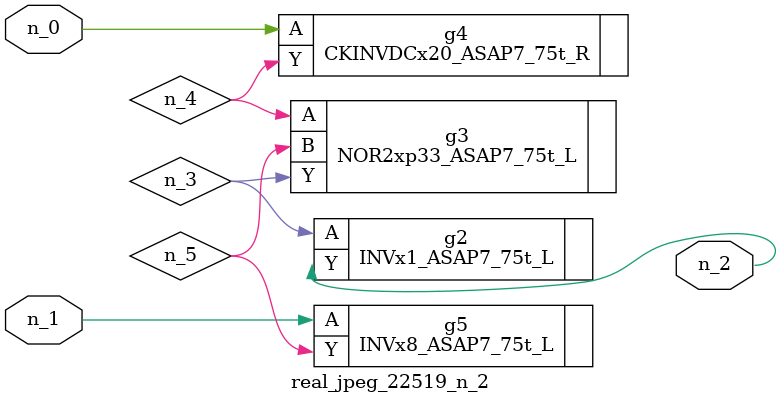
<source format=v>
module real_jpeg_22519_n_2 (n_1, n_0, n_2);

input n_1;
input n_0;

output n_2;

wire n_5;
wire n_4;
wire n_3;

CKINVDCx20_ASAP7_75t_R g4 ( 
.A(n_0),
.Y(n_4)
);

INVx8_ASAP7_75t_L g5 ( 
.A(n_1),
.Y(n_5)
);

INVx1_ASAP7_75t_L g2 ( 
.A(n_3),
.Y(n_2)
);

NOR2xp33_ASAP7_75t_L g3 ( 
.A(n_4),
.B(n_5),
.Y(n_3)
);


endmodule
</source>
